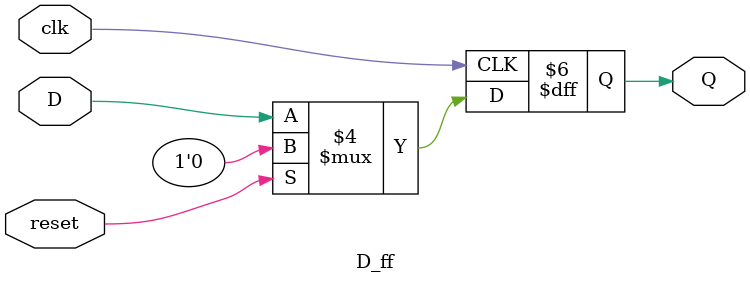
<source format=v>
module D_ff(D, clk, reset, Q);
    input D;
    input clk;
    input reset;
    output reg Q;

    // Your code goes here.  DO NOT change anything that is already given! Otherwise, you will not be able to pass the tests!
    always @(posedge clk) 
    begin
        if(reset==1'b1)
            Q <= 1'b0; 
        else 
            Q <= D; 
    end 
endmodule 
</source>
